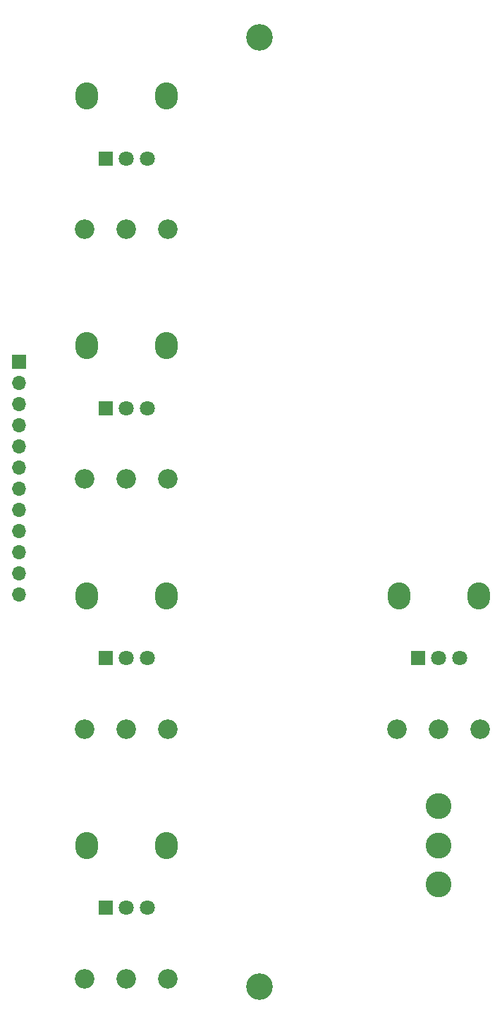
<source format=gbr>
%TF.GenerationSoftware,KiCad,Pcbnew,5.1.12-84ad8e8a86~92~ubuntu20.04.1*%
%TF.CreationDate,2021-11-13T15:40:40-05:00*%
%TF.ProjectId,gearseq,67656172-7365-4712-9e6b-696361645f70,rev?*%
%TF.SameCoordinates,Original*%
%TF.FileFunction,Soldermask,Bot*%
%TF.FilePolarity,Negative*%
%FSLAX46Y46*%
G04 Gerber Fmt 4.6, Leading zero omitted, Abs format (unit mm)*
G04 Created by KiCad (PCBNEW 5.1.12-84ad8e8a86~92~ubuntu20.04.1) date 2021-11-13 15:40:40*
%MOMM*%
%LPD*%
G01*
G04 APERTURE LIST*
%ADD10O,2.720000X3.240000*%
%ADD11C,1.800000*%
%ADD12R,1.800000X1.800000*%
%ADD13C,3.200000*%
%ADD14C,2.340000*%
%ADD15O,1.700000X1.700000*%
%ADD16R,1.700000X1.700000*%
%ADD17C,3.100000*%
G04 APERTURE END LIST*
D10*
%TO.C,RV5*%
X180700000Y-122000000D03*
X190300000Y-122000000D03*
D11*
X188000000Y-129500000D03*
X185500000Y-129500000D03*
D12*
X183000000Y-129500000D03*
%TD*%
D10*
%TO.C,RV3*%
X180700000Y-62000000D03*
X190300000Y-62000000D03*
D11*
X188000000Y-69500000D03*
X185500000Y-69500000D03*
D12*
X183000000Y-69500000D03*
%TD*%
D13*
%TO.C,H3*%
X201500000Y-25000000D03*
%TD*%
%TO.C,H4*%
X201500000Y-138900000D03*
%TD*%
D10*
%TO.C,RV1*%
X218200000Y-92000000D03*
X227800000Y-92000000D03*
D11*
X225500000Y-99500000D03*
X223000000Y-99500000D03*
D12*
X220500000Y-99500000D03*
%TD*%
D14*
%TO.C,RV10*%
X190500000Y-138000000D03*
X185500000Y-138000000D03*
X180500000Y-138000000D03*
%TD*%
%TO.C,RV9*%
X190500000Y-108000000D03*
X185500000Y-108000000D03*
X180500000Y-108000000D03*
%TD*%
D10*
%TO.C,RV2*%
X180700000Y-32000000D03*
X190300000Y-32000000D03*
D11*
X188000000Y-39500000D03*
X185500000Y-39500000D03*
D12*
X183000000Y-39500000D03*
%TD*%
D10*
%TO.C,RV4*%
X180700000Y-92000000D03*
X190300000Y-92000000D03*
D11*
X188000000Y-99500000D03*
X185500000Y-99500000D03*
D12*
X183000000Y-99500000D03*
%TD*%
D14*
%TO.C,RV6*%
X228000000Y-108000000D03*
X223000000Y-108000000D03*
X218000000Y-108000000D03*
%TD*%
D15*
%TO.C,J14*%
X172600000Y-91840000D03*
X172600000Y-89300000D03*
X172600000Y-86760000D03*
X172600000Y-84220000D03*
X172600000Y-81680000D03*
X172600000Y-79140000D03*
X172600000Y-76600000D03*
X172600000Y-74060000D03*
X172600000Y-71520000D03*
X172600000Y-68980000D03*
X172600000Y-66440000D03*
D16*
X172600000Y-63900000D03*
%TD*%
D14*
%TO.C,RV8*%
X190500000Y-78000000D03*
X185500000Y-78000000D03*
X180500000Y-78000000D03*
%TD*%
D17*
%TO.C,SW3*%
X223000000Y-126700000D03*
X223000000Y-117300000D03*
X223000000Y-122000000D03*
%TD*%
D14*
%TO.C,RV7*%
X190500000Y-48000000D03*
X185500000Y-48000000D03*
X180500000Y-48000000D03*
%TD*%
M02*

</source>
